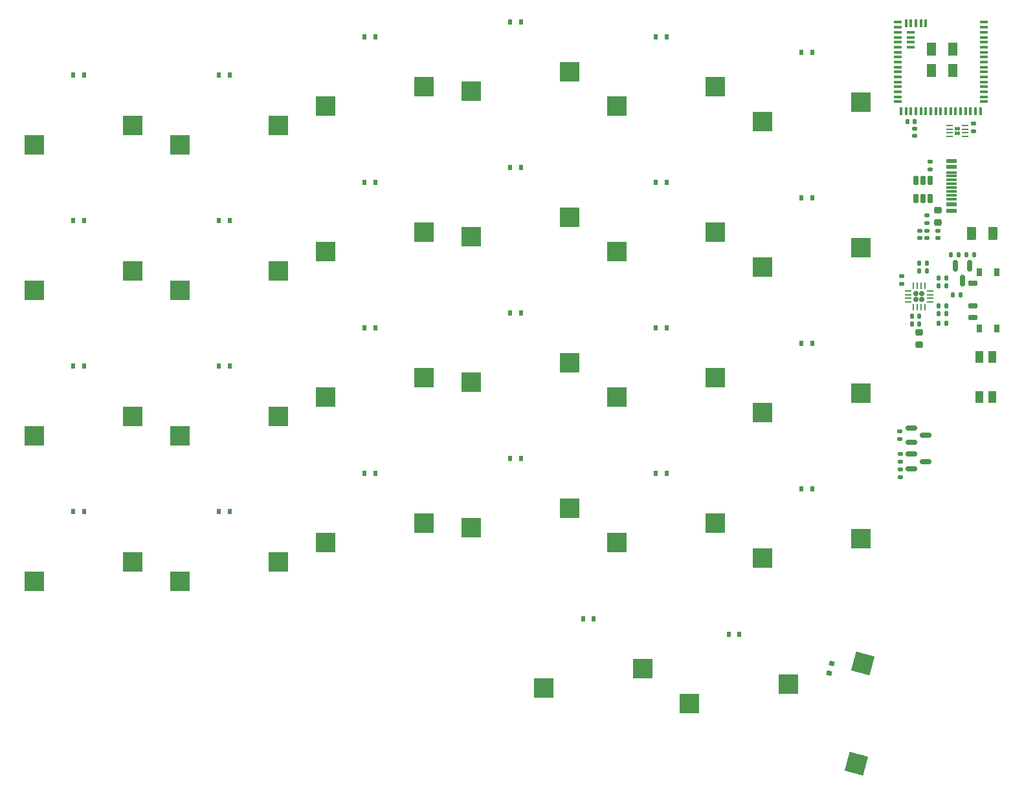
<source format=gbr>
%TF.GenerationSoftware,KiCad,Pcbnew,(6.0.4)*%
%TF.CreationDate,2022-07-09T13:49:57-07:00*%
%TF.ProjectId,Athena54,41746865-6e61-4353-942e-6b696361645f,v1.0.0*%
%TF.SameCoordinates,Original*%
%TF.FileFunction,Paste,Bot*%
%TF.FilePolarity,Positive*%
%FSLAX46Y46*%
G04 Gerber Fmt 4.6, Leading zero omitted, Abs format (unit mm)*
G04 Created by KiCad (PCBNEW (6.0.4)) date 2022-07-09 13:49:57*
%MOMM*%
%LPD*%
G01*
G04 APERTURE LIST*
G04 Aperture macros list*
%AMRoundRect*
0 Rectangle with rounded corners*
0 $1 Rounding radius*
0 $2 $3 $4 $5 $6 $7 $8 $9 X,Y pos of 4 corners*
0 Add a 4 corners polygon primitive as box body*
4,1,4,$2,$3,$4,$5,$6,$7,$8,$9,$2,$3,0*
0 Add four circle primitives for the rounded corners*
1,1,$1+$1,$2,$3*
1,1,$1+$1,$4,$5*
1,1,$1+$1,$6,$7*
1,1,$1+$1,$8,$9*
0 Add four rect primitives between the rounded corners*
20,1,$1+$1,$2,$3,$4,$5,0*
20,1,$1+$1,$4,$5,$6,$7,0*
20,1,$1+$1,$6,$7,$8,$9,0*
20,1,$1+$1,$8,$9,$2,$3,0*%
%AMRotRect*
0 Rectangle, with rotation*
0 The origin of the aperture is its center*
0 $1 length*
0 $2 width*
0 $3 Rotation angle, in degrees counterclockwise*
0 Add horizontal line*
21,1,$1,$2,0,0,$3*%
G04 Aperture macros list end*
%ADD10RoundRect,0.090000X0.535000X-0.210000X0.535000X0.210000X-0.535000X0.210000X-0.535000X-0.210000X0*%
%ADD11RoundRect,0.105000X-0.245000X-0.445000X0.245000X-0.445000X0.245000X0.445000X-0.245000X0.445000X0*%
%ADD12RoundRect,0.218750X-0.256250X0.218750X-0.256250X-0.218750X0.256250X-0.218750X0.256250X0.218750X0*%
%ADD13R,0.600000X0.700000*%
%ADD14R,2.550000X2.500000*%
%ADD15R,1.000000X1.550000*%
%ADD16R,1.450000X0.600000*%
%ADD17R,1.450000X0.300000*%
%ADD18RotRect,0.600000X0.700000X255.000000*%
%ADD19RoundRect,0.250000X-0.375000X-0.625000X0.375000X-0.625000X0.375000X0.625000X-0.375000X0.625000X0*%
%ADD20RoundRect,0.147500X-0.147500X-0.172500X0.147500X-0.172500X0.147500X0.172500X-0.147500X0.172500X0*%
%ADD21RoundRect,0.147500X-0.172500X0.147500X-0.172500X-0.147500X0.172500X-0.147500X0.172500X0.147500X0*%
%ADD22RoundRect,0.140000X-0.140000X-0.170000X0.140000X-0.170000X0.140000X0.170000X-0.140000X0.170000X0*%
%ADD23RoundRect,0.135000X-0.185000X0.135000X-0.185000X-0.135000X0.185000X-0.135000X0.185000X0.135000X0*%
%ADD24RoundRect,0.150000X-0.150000X0.475000X-0.150000X-0.475000X0.150000X-0.475000X0.150000X0.475000X0*%
%ADD25RoundRect,0.135000X0.135000X0.185000X-0.135000X0.185000X-0.135000X-0.185000X0.135000X-0.185000X0*%
%ADD26RoundRect,0.140000X0.140000X0.170000X-0.140000X0.170000X-0.140000X-0.170000X0.140000X-0.170000X0*%
%ADD27RoundRect,0.135000X-0.135000X-0.185000X0.135000X-0.185000X0.135000X0.185000X-0.135000X0.185000X0*%
%ADD28RoundRect,0.135000X0.185000X-0.135000X0.185000X0.135000X-0.185000X0.135000X-0.185000X-0.135000X0*%
%ADD29RoundRect,0.150000X-0.150000X0.587500X-0.150000X-0.587500X0.150000X-0.587500X0.150000X0.587500X0*%
%ADD30R,1.100000X0.350000*%
%ADD31R,0.350000X1.100000*%
%ADD32R,1.300000X1.800000*%
%ADD33RoundRect,0.160000X0.160000X-0.160000X0.160000X0.160000X-0.160000X0.160000X-0.160000X-0.160000X0*%
%ADD34RoundRect,0.062500X0.062500X-0.375000X0.062500X0.375000X-0.062500X0.375000X-0.062500X-0.375000X0*%
%ADD35RoundRect,0.062500X0.375000X-0.062500X0.375000X0.062500X-0.375000X0.062500X-0.375000X-0.062500X0*%
%ADD36RotRect,2.550000X2.500000X255.000000*%
%ADD37RotRect,2.550000X2.500000X75.000000*%
%ADD38RoundRect,0.140000X-0.170000X0.140000X-0.170000X-0.140000X0.170000X-0.140000X0.170000X0.140000X0*%
%ADD39RoundRect,0.150000X-0.587500X-0.150000X0.587500X-0.150000X0.587500X0.150000X-0.587500X0.150000X0*%
%ADD40RoundRect,0.140000X0.170000X-0.140000X0.170000X0.140000X-0.170000X0.140000X-0.170000X-0.140000X0*%
%ADD41RoundRect,0.080000X0.080000X0.160000X-0.080000X0.160000X-0.080000X-0.160000X0.080000X-0.160000X0*%
%ADD42RoundRect,0.062500X0.325000X0.062500X-0.325000X0.062500X-0.325000X-0.062500X0.325000X-0.062500X0*%
G04 APERTURE END LIST*
D10*
%TO.C,SW1*%
X116950000Y-25225000D03*
X116950000Y-28225000D03*
X116950000Y-29725000D03*
D11*
X120100000Y-31175000D03*
X117800000Y-23775000D03*
X120100000Y-23775000D03*
X117800000Y-31175000D03*
%TD*%
D12*
%TO.C,F2*%
X112425000Y-15712500D03*
X112425000Y-17287500D03*
%TD*%
D13*
%TO.C,D21*%
X76900000Y-12050000D03*
X75500000Y-12050000D03*
%TD*%
D14*
%TO.C,SW9*%
X26135000Y-61690000D03*
X26135000Y-61690000D03*
X13235000Y-64230000D03*
X13235000Y-64230000D03*
%TD*%
%TO.C,SW14*%
X51335000Y-80000D03*
X64235000Y2460000D03*
X64235000Y2460000D03*
X51335000Y-80000D03*
%TD*%
D13*
%TO.C,D8*%
X19750000Y-17050000D03*
X18350000Y-17050000D03*
%TD*%
%TO.C,D4*%
X700000Y-17050000D03*
X-700000Y-17050000D03*
%TD*%
D14*
%TO.C,SW4*%
X7085000Y-42640000D03*
X-5815000Y-45180000D03*
X7085000Y-42640000D03*
X-5815000Y-45180000D03*
%TD*%
%TO.C,SW25*%
X102335000Y-20590000D03*
X102335000Y-20590000D03*
X89435000Y-23130000D03*
X89435000Y-23130000D03*
%TD*%
%TO.C,SW21*%
X83285000Y-37640000D03*
X70385000Y-40180000D03*
X70385000Y-40180000D03*
X83285000Y-37640000D03*
%TD*%
D13*
%TO.C,D17*%
X57850000Y-29100000D03*
X56450000Y-29100000D03*
%TD*%
%TO.C,D28*%
X95950000Y-52150000D03*
X94550000Y-52150000D03*
%TD*%
%TO.C,D6*%
X700000Y-55150000D03*
X-700000Y-55150000D03*
%TD*%
%TO.C,D5*%
X700000Y-36100000D03*
X-700000Y-36100000D03*
%TD*%
D14*
%TO.C,SW18*%
X73760000Y-75740000D03*
X73760000Y-75740000D03*
X60860000Y-78280000D03*
X60860000Y-78280000D03*
%TD*%
D13*
%TO.C,D9*%
X19750000Y-36100000D03*
X18350000Y-36100000D03*
%TD*%
%TO.C,D16*%
X57850000Y-10050000D03*
X56450000Y-10050000D03*
%TD*%
D14*
%TO.C,SW10*%
X45185000Y460000D03*
X45185000Y460000D03*
X32285000Y-2080000D03*
X32285000Y-2080000D03*
%TD*%
D13*
%TO.C,D18*%
X57850000Y-48150000D03*
X56450000Y-48150000D03*
%TD*%
%TO.C,D19*%
X67375000Y-69200000D03*
X65975000Y-69200000D03*
%TD*%
%TO.C,D20*%
X76900000Y7000000D03*
X75500000Y7000000D03*
%TD*%
D14*
%TO.C,SW6*%
X26135000Y-4540000D03*
X26135000Y-4540000D03*
X13235000Y-7080000D03*
X13235000Y-7080000D03*
%TD*%
%TO.C,SW11*%
X32285000Y-21130000D03*
X45185000Y-18590000D03*
X45185000Y-18590000D03*
X32285000Y-21130000D03*
%TD*%
D15*
%TO.C,SW29*%
X119525000Y-40100000D03*
X119525000Y-34850000D03*
X117825000Y-40100000D03*
X117825000Y-34850000D03*
%TD*%
D13*
%TO.C,D15*%
X57850000Y9000000D03*
X56450000Y9000000D03*
%TD*%
%TO.C,D12*%
X38800000Y-12050000D03*
X37400000Y-12050000D03*
%TD*%
D14*
%TO.C,SW24*%
X89435000Y-4080000D03*
X89435000Y-4080000D03*
X102335000Y-1540000D03*
X102335000Y-1540000D03*
%TD*%
%TO.C,SW27*%
X102335000Y-58690000D03*
X89435000Y-61230000D03*
X89435000Y-61230000D03*
X102335000Y-58690000D03*
%TD*%
%TO.C,SW8*%
X13235000Y-45180000D03*
X26135000Y-42640000D03*
X13235000Y-45180000D03*
X26135000Y-42640000D03*
%TD*%
D13*
%TO.C,D22*%
X76900000Y-31100000D03*
X75500000Y-31100000D03*
%TD*%
D14*
%TO.C,SW5*%
X7085000Y-61690000D03*
X-5815000Y-64230000D03*
X7085000Y-61690000D03*
X-5815000Y-64230000D03*
%TD*%
%TO.C,SW19*%
X70385000Y-2080000D03*
X83285000Y460000D03*
X83285000Y460000D03*
X70385000Y-2080000D03*
%TD*%
%TO.C,SW23*%
X79910000Y-80280000D03*
X92810000Y-77740000D03*
X92810000Y-77740000D03*
X79910000Y-80280000D03*
%TD*%
%TO.C,SW16*%
X51335000Y-38179999D03*
X64235000Y-35639999D03*
X64235000Y-35639999D03*
X51335000Y-38179999D03*
%TD*%
%TO.C,SW7*%
X13235000Y-26129999D03*
X26135000Y-23589999D03*
X13235000Y-26129999D03*
X26135000Y-23589999D03*
%TD*%
D13*
%TO.C,D3*%
X700000Y2000000D03*
X-700000Y2000000D03*
%TD*%
D14*
%TO.C,SW20*%
X70385000Y-21130000D03*
X83285000Y-18590000D03*
X70385000Y-21130000D03*
X83285000Y-18590000D03*
%TD*%
D13*
%TO.C,D23*%
X76900000Y-50150000D03*
X75500000Y-50150000D03*
%TD*%
D14*
%TO.C,SW15*%
X51335001Y-19130000D03*
X64235001Y-16590000D03*
X64235001Y-16590000D03*
X51335001Y-19130000D03*
%TD*%
%TO.C,SW26*%
X102335000Y-39640000D03*
X89435000Y-42180000D03*
X89435000Y-42180000D03*
X102335000Y-39640000D03*
%TD*%
D13*
%TO.C,D13*%
X38800000Y-31100000D03*
X37400000Y-31100000D03*
%TD*%
%TO.C,D7*%
X19750000Y2000000D03*
X18350000Y2000000D03*
%TD*%
%TO.C,D26*%
X95950000Y-14050000D03*
X94550000Y-14050000D03*
%TD*%
%TO.C,D14*%
X38800000Y-50150000D03*
X37400000Y-50150000D03*
%TD*%
%TO.C,D25*%
X95950000Y5000000D03*
X94550000Y5000000D03*
%TD*%
D14*
%TO.C,SW17*%
X64235000Y-54690000D03*
X51335000Y-57230000D03*
X64235000Y-54690000D03*
X51335000Y-57230000D03*
%TD*%
D16*
%TO.C,J2*%
X114180000Y-9225000D03*
X114180000Y-10025000D03*
D17*
X114180000Y-14225000D03*
X114180000Y-12225000D03*
X114180000Y-12725000D03*
X114180000Y-13725000D03*
D16*
X114180000Y-14925000D03*
X114180000Y-15725000D03*
X114180000Y-15725000D03*
X114180000Y-14925000D03*
D17*
X114180000Y-11225000D03*
X114180000Y-13225000D03*
X114180000Y-11725000D03*
X114180000Y-10725000D03*
D16*
X114180000Y-10025000D03*
X114180000Y-9225000D03*
%TD*%
D14*
%TO.C,SW22*%
X70385000Y-59230000D03*
X83285000Y-56690000D03*
X70385000Y-59230000D03*
X83285000Y-56690000D03*
%TD*%
D18*
%TO.C,D29*%
X98523117Y-74980777D03*
X98160771Y-76333073D03*
%TD*%
D13*
%TO.C,D10*%
X19750000Y-55150000D03*
X18350000Y-55150000D03*
%TD*%
D14*
%TO.C,SW2*%
X-5815000Y-7080000D03*
X7085000Y-4540000D03*
X7085000Y-4540000D03*
X-5815000Y-7080000D03*
%TD*%
%TO.C,SW3*%
X-5815000Y-26130000D03*
X-5815000Y-26130000D03*
X7085000Y-23590000D03*
X7085000Y-23590000D03*
%TD*%
D19*
%TO.C,D1*%
X119625000Y-18705000D03*
X116825000Y-18705000D03*
%TD*%
D13*
%TO.C,D27*%
X95950000Y-33100000D03*
X94550000Y-33100000D03*
%TD*%
D14*
%TO.C,SW12*%
X45185000Y-37640000D03*
X32285000Y-40180000D03*
X45185000Y-37640000D03*
X32285000Y-40180000D03*
%TD*%
D13*
%TO.C,D11*%
X38800000Y7000000D03*
X37400000Y7000000D03*
%TD*%
D14*
%TO.C,SW13*%
X45185000Y-56690000D03*
X45185000Y-56690000D03*
X32285000Y-59230000D03*
X32285000Y-59230000D03*
%TD*%
D13*
%TO.C,D24*%
X86425000Y-71200000D03*
X85025000Y-71200000D03*
%TD*%
D20*
%TO.C,L1*%
X108390000Y-4050000D03*
X109360000Y-4050000D03*
%TD*%
D21*
%TO.C,FB1*%
X112425000Y-18370000D03*
X112425000Y-19340000D03*
%TD*%
D22*
%TO.C,C4*%
X109970000Y-23650000D03*
X110930000Y-23650000D03*
%TD*%
D23*
%TO.C,R13*%
X107475000Y-47615000D03*
X107475000Y-48635000D03*
%TD*%
D24*
%TO.C,U3*%
X109525000Y-11800000D03*
X110475000Y-11800000D03*
X111425000Y-11800000D03*
X111425000Y-14150000D03*
X110475000Y-14150000D03*
X109525000Y-14150000D03*
%TD*%
D25*
%TO.C,R6*%
X113485000Y-29225000D03*
X112465000Y-29225000D03*
%TD*%
%TO.C,R3*%
X115335000Y-26725000D03*
X114315000Y-26725000D03*
%TD*%
%TO.C,R5*%
X113485000Y-30525000D03*
X112465000Y-30525000D03*
%TD*%
D26*
%TO.C,C6*%
X109955000Y-30565000D03*
X108995000Y-30565000D03*
%TD*%
D27*
%TO.C,R1*%
X114090000Y-21475000D03*
X115110000Y-21475000D03*
%TD*%
D12*
%TO.C,F1*%
X109950000Y-31712500D03*
X109950000Y-33287500D03*
%TD*%
D22*
%TO.C,C5*%
X109970000Y-22650000D03*
X110930000Y-22650000D03*
%TD*%
D28*
%TO.C,R7*%
X107700000Y-25310000D03*
X107700000Y-24290000D03*
%TD*%
%TO.C,R10*%
X107475000Y-50635000D03*
X107475000Y-49615000D03*
%TD*%
D29*
%TO.C,Q1*%
X114650000Y-22987500D03*
X116550000Y-22987500D03*
X115600000Y-24862500D03*
%TD*%
D30*
%TO.C,U4*%
X118375000Y8925000D03*
X118375000Y8275000D03*
X118375000Y7625000D03*
X118375000Y6975000D03*
X118375000Y6325000D03*
X118375000Y5675000D03*
X118375000Y5025000D03*
X118375000Y4375000D03*
X118375000Y3725000D03*
X118375000Y3075000D03*
X118375000Y2425000D03*
X118375000Y1775000D03*
X118375000Y1125000D03*
X118375000Y475000D03*
X118375000Y-175000D03*
X118375000Y-825000D03*
X118375000Y-1475000D03*
D31*
X117975000Y-2675000D03*
X117325000Y-2675000D03*
X116675000Y-2675000D03*
X116025000Y-2675000D03*
X115375000Y-2675000D03*
X114725000Y-2675000D03*
X114075000Y-2675000D03*
X113425000Y-2675000D03*
X112775000Y-2675000D03*
X112125000Y-2675000D03*
X111475000Y-2675000D03*
X110825000Y-2675000D03*
X110175000Y-2675000D03*
X109525000Y-2675000D03*
X108875000Y-2675000D03*
X108225000Y-2675000D03*
X107575000Y-2675000D03*
D30*
X107175000Y-1475000D03*
X107175000Y-825000D03*
X107175000Y-175000D03*
X107175000Y475000D03*
X107175000Y1125000D03*
X107175000Y1775000D03*
X107175000Y2425000D03*
X107175000Y3075000D03*
X107175000Y3725000D03*
X107175000Y4375000D03*
X107175000Y5025000D03*
X107175000Y5675000D03*
X107175000Y6325000D03*
X107175000Y6975000D03*
X107175000Y7625000D03*
X107175000Y8275000D03*
X107175000Y8925000D03*
D31*
X108275000Y8825000D03*
X108875000Y8825000D03*
X109525000Y8825000D03*
X110175000Y8825000D03*
X110825000Y8825000D03*
D30*
X108875000Y7625000D03*
X108875000Y6975000D03*
X108875000Y6325000D03*
X108875000Y5675000D03*
D32*
X111525000Y5425000D03*
X111525000Y2575000D03*
X114325000Y2575000D03*
X114325000Y5425000D03*
%TD*%
D25*
%TO.C,R4*%
X113485000Y-28225000D03*
X112465000Y-28225000D03*
%TD*%
D33*
%TO.C,U1*%
X110325000Y-27375000D03*
X110325000Y-26575000D03*
X109525000Y-26575000D03*
X109525000Y-27375000D03*
D34*
X110675000Y-28412500D03*
X110175000Y-28412500D03*
X109675000Y-28412500D03*
X109175000Y-28412500D03*
D35*
X108487500Y-27725000D03*
X108487500Y-27225000D03*
X108487500Y-26725000D03*
X108487500Y-26225000D03*
D34*
X109175000Y-25537500D03*
X109675000Y-25537500D03*
X110175000Y-25537500D03*
X110675000Y-25537500D03*
D35*
X111362500Y-26225000D03*
X111362500Y-26725000D03*
X111362500Y-27225000D03*
X111362500Y-27725000D03*
%TD*%
D36*
%TO.C,SW28*%
X102598130Y-74993341D03*
D37*
X101712815Y-88111184D03*
D36*
X101712815Y-88111184D03*
%TD*%
D26*
%TO.C,C7*%
X109955000Y-29565000D03*
X108995000Y-29565000D03*
%TD*%
D38*
%TO.C,C8*%
X111000000Y-18370000D03*
X111000000Y-19330000D03*
%TD*%
D26*
%TO.C,C2*%
X113480000Y-25600000D03*
X112520000Y-25600000D03*
%TD*%
D39*
%TO.C,Q3*%
X108937500Y-46100000D03*
X108937500Y-44200000D03*
X110812500Y-45150000D03*
%TD*%
D38*
%TO.C,C9*%
X110050000Y-18370000D03*
X110050000Y-19330000D03*
%TD*%
D22*
%TO.C,C1*%
X112520000Y-24550000D03*
X113480000Y-24550000D03*
%TD*%
D23*
%TO.C,R8*%
X111425000Y-9340000D03*
X111425000Y-10360000D03*
%TD*%
D28*
%TO.C,R14*%
X107425000Y-45635000D03*
X107425000Y-44615000D03*
%TD*%
D25*
%TO.C,R2*%
X117110000Y-21475000D03*
X116090000Y-21475000D03*
%TD*%
D38*
%TO.C,C10*%
X109375000Y-4970000D03*
X109375000Y-5930000D03*
%TD*%
D23*
%TO.C,R9*%
X111000000Y-17335000D03*
X111000000Y-16315000D03*
%TD*%
D39*
%TO.C,Q2*%
X108937500Y-49525000D03*
X108937500Y-47625000D03*
X110812500Y-48575000D03*
%TD*%
D40*
%TO.C,C3*%
X117050000Y-5300000D03*
X117050000Y-4340000D03*
%TD*%
D41*
%TO.C,U2*%
X115150000Y-5000000D03*
X114750000Y-5000000D03*
X115150000Y-5600000D03*
X114750000Y-5600000D03*
D42*
X115937500Y-4550000D03*
X115937500Y-5050000D03*
X115937500Y-5550000D03*
X115937500Y-6050000D03*
X113962500Y-6050000D03*
X113962500Y-5550000D03*
X113962500Y-5050000D03*
X113962500Y-4550000D03*
%TD*%
M02*

</source>
